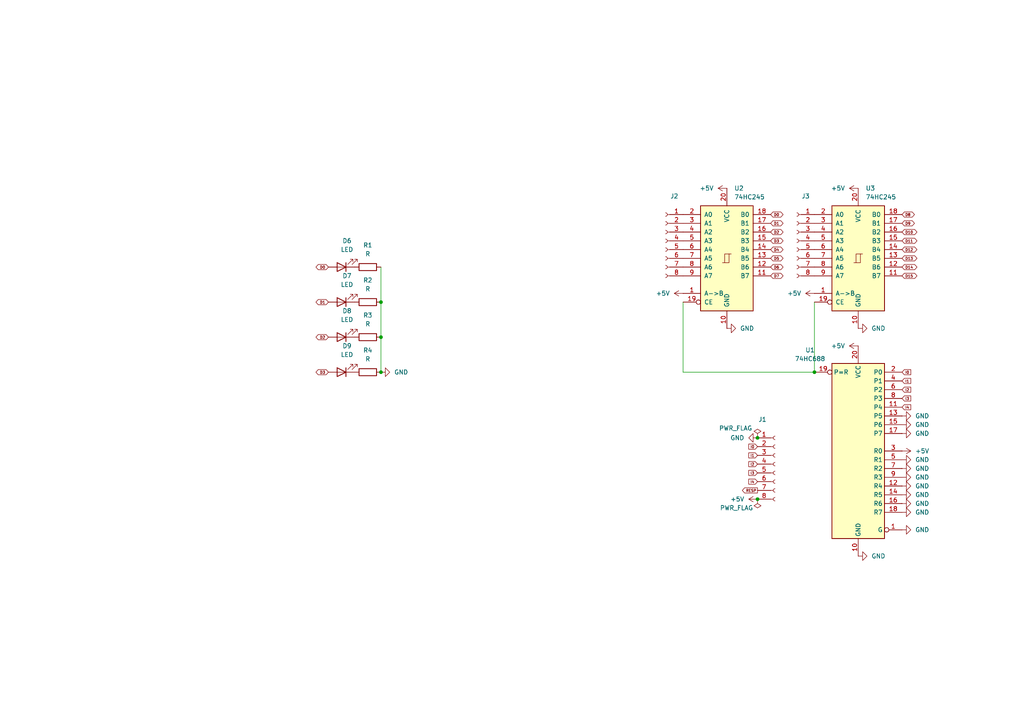
<source format=kicad_sch>
(kicad_sch (version 20250114) (generator "eeschema") (generator_version "9.0")
  (paper "A4")
  (lib_symbols
    (symbol "74xx:74HC245" (pin_names (offset 1.016))
      (property "Reference" "U" (at -7.62 16.51 0))
      (property "Value" "74HC245" (at -7.62 -16.51 0))
      (symbol "74HC245_1_0"
        (polyline (pts (xy -1.27 -1.27) (xy 0.635 -1.27) (xy 0.635 1.27) (xy 1.27 1.27)))
        (polyline (pts (xy -0.635 -1.27) (xy -0.635 1.27) (xy 0.635 1.27)))
        (pin tri_state line (at -12.7 12.7 0) (length 5.08) (name "A0") (number "2"))
        (pin tri_state line (at -12.7 10.16 0) (length 5.08) (name "A1") (number "3"))
        (pin tri_state line (at -12.7 7.62 0) (length 5.08) (name "A2") (number "4"))
        (pin tri_state line (at -12.7 5.08 0) (length 5.08) (name "A3") (number "5"))
        (pin tri_state line (at -12.7 2.54 0) (length 5.08) (name "A4") (number "6"))
        (pin tri_state line (at -12.7 0 0) (length 5.08) (name "A5") (number "7"))
        (pin tri_state line (at -12.7 -2.54 0) (length 5.08) (name "A6") (number "8"))
        (pin tri_state line (at -12.7 -5.08 0) (length 5.08) (name "A7") (number "9"))
        (pin input line (at -12.7 -10.16 0) (length 5.08) (name "A->B") (number "1"))
        (pin input inverted (at -12.7 -12.7 0) (length 5.08) (name "CE") (number "19"))
        (pin power_in line (at 0 20.32 270) (length 5.08) (name "VCC") (number "20"))
        (pin power_in line (at 0 -20.32 90) (length 5.08) (name "GND") (number "10"))
        (pin tri_state line (at 12.7 12.7 180) (length 5.08) (name "B0") (number "18"))
        (pin tri_state line (at 12.7 10.16 180) (length 5.08) (name "B1") (number "17"))
        (pin tri_state line (at 12.7 7.62 180) (length 5.08) (name "B2") (number "16"))
        (pin tri_state line (at 12.7 5.08 180) (length 5.08) (name "B3") (number "15"))
        (pin tri_state line (at 12.7 2.54 180) (length 5.08) (name "B4") (number "14"))
        (pin tri_state line (at 12.7 0 180) (length 5.08) (name "B5") (number "13"))
        (pin tri_state line (at 12.7 -2.54 180) (length 5.08) (name "B6") (number "12"))
        (pin tri_state line (at 12.7 -5.08 180) (length 5.08) (name "B7") (number "11"))
      )
      (symbol "74HC245_1_1"
        (rectangle (start -7.62 15.24) (end 7.62 -15.24) (stroke (width 0.254)) (fill (type background)))
      )
    )
    (symbol "74xx:74HC688"
      (property "Reference" "U" (at -7.62 26.67 0))
      (property "Value" "74HC688" (at -7.62 -26.67 0))
      (symbol "74HC688_1_0"
        (pin input line (at -12.7 22.86 0) (length 5.08) (name "P0") (number "2"))
        (pin input line (at -12.7 20.32 0) (length 5.08) (name "P1") (number "4"))
        (pin input line (at -12.7 17.78 0) (length 5.08) (name "P2") (number "6"))
        (pin input line (at -12.7 15.24 0) (length 5.08) (name "P3") (number "8"))
        (pin input line (at -12.7 12.7 0) (length 5.08) (name "P4") (number "11"))
        (pin input line (at -12.7 10.16 0) (length 5.08) (name "P5") (number "13"))
        (pin input line (at -12.7 7.62 0) (length 5.08) (name "P6") (number "15"))
        (pin input line (at -12.7 5.08 0) (length 5.08) (name "P7") (number "17"))
        (pin input line (at -12.7 0 0) (length 5.08) (name "R0") (number "3"))
        (pin input line (at -12.7 -2.54 0) (length 5.08) (name "R1") (number "5"))
        (pin input line (at -12.7 -5.08 0) (length 5.08) (name "R2") (number "7"))
        (pin input line (at -12.7 -7.62 0) (length 5.08) (name "R3") (number "9"))
        (pin input line (at -12.7 -10.16 0) (length 5.08) (name "R4") (number "12"))
        (pin input line (at -12.7 -12.7 0) (length 5.08) (name "R5") (number "14"))
        (pin input line (at -12.7 -15.24 0) (length 5.08) (name "R6") (number "16"))
        (pin input line (at -12.7 -17.78 0) (length 5.08) (name "R7") (number "18"))
        (pin input inverted (at -12.7 -22.86 0) (length 5.08) (name "G") (number "1"))
        (pin power_in line (at 0 30.48 270) (length 5.08) (name "VCC") (number "20"))
        (pin power_in line (at 0 -30.48 90) (length 5.08) (name "GND") (number "10"))
        (pin output inverted (at 12.7 22.86 180) (length 5.08) (name "P=R") (number "19"))
      )
      (symbol "74HC688_1_1"
        (rectangle (start -7.62 25.4) (end 7.62 -25.4) (stroke (width 0.254)) (fill (type background)))
      )
    )
    (symbol "Connector:Conn_01x08_Socket" (pin_names (offset 1.016) (hide yes))
      (property "Reference" "J" (at 0 10.16 0))
      (property "Value" "Conn_01x08_Socket" (at 0 -12.7 0))
      (symbol "Conn_01x08_Socket_1_1"
        (polyline (pts (xy -1.27 7.62) (xy -0.508 7.62)) (stroke (width 0.1524)))
        (polyline (pts (xy -1.27 5.08) (xy -0.508 5.08)) (stroke (width 0.1524)))
        (polyline (pts (xy -1.27 2.54) (xy -0.508 2.54)) (stroke (width 0.1524)))
        (polyline (pts (xy -1.27 0) (xy -0.508 0)) (stroke (width 0.1524)))
        (polyline (pts (xy -1.27 -2.54) (xy -0.508 -2.54)) (stroke (width 0.1524)))
        (polyline (pts (xy -1.27 -5.08) (xy -0.508 -5.08)) (stroke (width 0.1524)))
        (polyline (pts (xy -1.27 -7.62) (xy -0.508 -7.62)) (stroke (width 0.1524)))
        (polyline (pts (xy -1.27 -10.16) (xy -0.508 -10.16)) (stroke (width 0.1524)))
        (arc (start 0 7.112) (mid -0.5058 7.62) (end 0 8.128) (stroke (width 0.1524)))
        (arc (start 0 4.572) (mid -0.5058 5.08) (end 0 5.588) (stroke (width 0.1524)))
        (arc (start 0 2.032) (mid -0.5058 2.54) (end 0 3.048) (stroke (width 0.1524)))
        (arc (start 0 -0.508) (mid -0.5058 0) (end 0 0.508) (stroke (width 0.1524)))
        (arc (start 0 -3.048) (mid -0.5058 -2.54) (end 0 -2.032) (stroke (width 0.1524)))
        (arc (start 0 -5.588) (mid -0.5058 -5.08) (end 0 -4.572) (stroke (width 0.1524)))
        (arc (start 0 -8.128) (mid -0.5058 -7.62) (end 0 -7.112) (stroke (width 0.1524)))
        (arc (start 0 -10.668) (mid -0.5058 -10.16) (end 0 -9.652) (stroke (width 0.1524)))
        (pin passive line (at -5.08 7.62 0) (length 3.81) (name "Pin_1") (number "1"))
        (pin passive line (at -5.08 5.08 0) (length 3.81) (name "Pin_2") (number "2"))
        (pin passive line (at -5.08 2.54 0) (length 3.81) (name "Pin_3") (number "3"))
        (pin passive line (at -5.08 0 0) (length 3.81) (name "Pin_4") (number "4"))
        (pin passive line (at -5.08 -2.54 0) (length 3.81) (name "Pin_5") (number "5"))
        (pin passive line (at -5.08 -5.08 0) (length 3.81) (name "Pin_6") (number "6"))
        (pin passive line (at -5.08 -7.62 0) (length 3.81) (name "Pin_7") (number "7"))
        (pin passive line (at -5.08 -10.16 0) (length 3.81) (name "Pin_8") (number "8"))
      )
    )
    (symbol "Device:LED" (pin_numbers (hide yes)) (pin_names (offset 1.016) (hide yes))
      (property "Reference" "D" (at 0 2.54 0))
      (property "Value" "LED" (at 0 -2.54 0))
      (symbol "LED_0_1"
        (polyline (pts (xy -3.048 -0.762) (xy -4.572 -2.286) (xy -3.81 -2.286) (xy -4.572 -2.286) (xy -4.572 -1.524)))
        (polyline (pts (xy -1.778 -0.762) (xy -3.302 -2.286) (xy -2.54 -2.286) (xy -3.302 -2.286) (xy -3.302 -1.524)))
        (polyline (pts (xy -1.27 0) (xy 1.27 0)))
        (polyline (pts (xy -1.27 -1.27) (xy -1.27 1.27)) (stroke (width 0.254)))
        (polyline (pts (xy 1.27 -1.27) (xy 1.27 1.27) (xy -1.27 0) (xy 1.27 -1.27)) (stroke (width 0.254)))
      )
      (symbol "LED_1_1"
        (pin passive line (at -3.81 0 0) (length 2.54) (name "K") (number "1"))
        (pin passive line (at 3.81 0 180) (length 2.54) (name "A") (number "2"))
      )
    )
    (symbol "Device:R" (pin_numbers (hide yes)) (pin_names (offset 0))
      (property "Reference" "R" (at 2.032 0 90))
      (property "Value" "R" (at 0 0 90))
      (symbol "R_0_1"
        (rectangle (start -1.016 -2.54) (end 1.016 2.54) (stroke (width 0.254)))
      )
      (symbol "R_1_1"
        (pin passive line (at 0 3.81 270) (length 1.27) (name "~") (number "1"))
        (pin passive line (at 0 -3.81 90) (length 1.27) (name "~") (number "2"))
      )
    )
    (symbol "power:+5V" (power) (pin_numbers (hide yes)) (pin_names (offset 0) (hide yes))
      (property "Value" "+5V" (at 0 3.556 0))
      (symbol "+5V_0_1"
        (polyline (pts (xy -0.762 1.27) (xy 0 2.54)))
        (polyline (pts (xy 0 2.54) (xy 0.762 1.27)))
        (polyline (pts (xy 0 0) (xy 0 2.54)))
      )
      (symbol "+5V_1_1"
        (pin power_in line (at 0 0 90) (length 0) (name "~") (number "1"))
      )
    )
    (symbol "power:GND" (power) (pin_numbers (hide yes)) (pin_names (offset 0) (hide yes))
      (property "Value" "GND" (at 0 -3.81 0))
      (symbol "GND_0_1"
        (polyline (pts (xy 0 0) (xy 0 -1.27) (xy 1.27 -1.27) (xy 0 -2.54) (xy -1.27 -1.27) (xy 0 -1.27)))
      )
      (symbol "GND_1_1"
        (pin power_in line (at 0 0 270) (length 0) (name "~") (number "1"))
      )
    )
    (symbol "power:PWR_FLAG" (power) (pin_numbers (hide yes)) (pin_names (offset 0) (hide yes))
      (property "Value" "PWR_FLAG" (at 0 3.81 0))
      (symbol "PWR_FLAG_0_0"
        (pin power_out line (at 0 0 90) (length 0) (name "~") (number "1"))
      )
      (symbol "PWR_FLAG_0_1"
        (polyline (pts (xy 0 0) (xy 0 1.27) (xy -1.016 1.905) (xy 0 2.54) (xy 1.016 1.905) (xy 0 1.27)))
      )
    )
  )
  (junction (at 236.22 107.95))
  (junction (at 219.71 144.78))
  (junction (at 110.49 87.63))
  (junction (at 219.71 127))
  (junction (at 110.49 107.95))
  (junction (at 110.49 97.79))
  (wire (pts (xy 110.49 97.79) (xy 110.49 107.95)))
  (wire (pts (xy 236.22 87.63) (xy 236.22 107.95)))
  (wire (pts (xy 110.49 77.47) (xy 110.49 87.63)))
  (wire (pts (xy 110.49 87.63) (xy 110.49 97.79)))
  (wire (pts (xy 198.12 107.95) (xy 198.12 87.63)))
  (wire (pts (xy 236.22 107.95) (xy 198.12 107.95)))
  (global_label "D11" (shape bidirectional) (at 261.62 69.85 0) (effects (font (size 0.762 0.762))) (property "Intersheetrefs" "${INTERSHEET_REFS}" (effects (hide yes))))
  (global_label "D13" (shape bidirectional) (at 261.62 74.93 0) (effects (font (size 0.762 0.762))) (property "Intersheetrefs" "${INTERSHEET_REFS}" (effects (hide yes))))
  (global_label "D7" (shape bidirectional) (at 223.52 80.01 0) (effects (font (size 0.762 0.762))) (property "Intersheetrefs" "${INTERSHEET_REFS}" (effects (hide yes))))
  (global_label "I2" (shape input) (at 261.62 113.03 0) (effects (font (size 0.762 0.762))) (property "Intersheetrefs" "${INTERSHEET_REFS}" (effects (hide yes))))
  (global_label "D10" (shape bidirectional) (at 261.62 67.31 0) (effects (font (size 0.762 0.762))) (property "Intersheetrefs" "${INTERSHEET_REFS}" (effects (hide yes))))
  (global_label "I4" (shape input) (at 261.62 118.11 0) (effects (font (size 0.762 0.762))) (property "Intersheetrefs" "${INTERSHEET_REFS}" (effects (hide yes))))
  (global_label "D2" (shape bidirectional) (at 95.25 97.79 180) (effects (font (size 0.762 0.762))) (property "Intersheetrefs" "${INTERSHEET_REFS}" (effects (hide yes))))
  (global_label "I0" (shape input) (at 261.62 107.95 0) (effects (font (size 0.762 0.762))) (property "Intersheetrefs" "${INTERSHEET_REFS}" (effects (hide yes))))
  (global_label "D8" (shape bidirectional) (at 261.62 62.23 0) (effects (font (size 0.762 0.762))) (property "Intersheetrefs" "${INTERSHEET_REFS}" (effects (hide yes))))
  (global_label "D12" (shape bidirectional) (at 261.62 72.39 0) (effects (font (size 0.762 0.762))) (property "Intersheetrefs" "${INTERSHEET_REFS}" (effects (hide yes))))
  (global_label "D3" (shape bidirectional) (at 223.52 69.85 0) (effects (font (size 0.762 0.762))) (property "Intersheetrefs" "${INTERSHEET_REFS}" (effects (hide yes))))
  (global_label "I3" (shape input) (at 261.62 115.57 0) (effects (font (size 0.762 0.762))) (property "Intersheetrefs" "${INTERSHEET_REFS}" (effects (hide yes))))
  (global_label "D3" (shape bidirectional) (at 95.25 107.95 180) (effects (font (size 0.762 0.762))) (property "Intersheetrefs" "${INTERSHEET_REFS}" (effects (hide yes))))
  (global_label "D6" (shape bidirectional) (at 223.52 77.47 0) (effects (font (size 0.762 0.762))) (property "Intersheetrefs" "${INTERSHEET_REFS}" (effects (hide yes))))
  (global_label "I2" (shape input) (at 219.71 134.62 180) (effects (font (size 0.762 0.762))) (property "Intersheetrefs" "${INTERSHEET_REFS}" (effects (hide yes))))
  (global_label "I0" (shape input) (at 219.71 129.54 180) (effects (font (size 0.762 0.762))) (property "Intersheetrefs" "${INTERSHEET_REFS}" (effects (hide yes))))
  (global_label "D15" (shape bidirectional) (at 261.62 80.01 0) (effects (font (size 0.762 0.762))) (property "Intersheetrefs" "${INTERSHEET_REFS}" (effects (hide yes))))
  (global_label "D0" (shape bidirectional) (at 223.52 62.23 0) (effects (font (size 0.762 0.762))) (property "Intersheetrefs" "${INTERSHEET_REFS}" (effects (hide yes))))
  (global_label "RESP" (shape output) (at 219.71 142.24 180) (effects (font (size 0.762 0.762))) (property "Intersheetrefs" "${INTERSHEET_REFS}" (effects (hide yes))))
  (global_label "D14" (shape bidirectional) (at 261.62 77.47 0) (effects (font (size 0.762 0.762))) (property "Intersheetrefs" "${INTERSHEET_REFS}" (effects (hide yes))))
  (global_label "D1" (shape bidirectional) (at 223.52 64.77 0) (effects (font (size 0.762 0.762))) (property "Intersheetrefs" "${INTERSHEET_REFS}" (effects (hide yes))))
  (global_label "D0" (shape bidirectional) (at 95.25 77.47 180) (effects (font (size 0.762 0.762))) (property "Intersheetrefs" "${INTERSHEET_REFS}" (effects (hide yes))))
  (global_label "I3" (shape input) (at 219.71 137.16 180) (effects (font (size 0.762 0.762))) (property "Intersheetrefs" "${INTERSHEET_REFS}" (effects (hide yes))))
  (global_label "D9" (shape bidirectional) (at 261.62 64.77 0) (effects (font (size 0.762 0.762))) (property "Intersheetrefs" "${INTERSHEET_REFS}" (effects (hide yes))))
  (global_label "D5" (shape bidirectional) (at 223.52 74.93 0) (effects (font (size 0.762 0.762))) (property "Intersheetrefs" "${INTERSHEET_REFS}" (effects (hide yes))))
  (global_label "D4" (shape bidirectional) (at 223.52 72.39 0) (effects (font (size 0.762 0.762))) (property "Intersheetrefs" "${INTERSHEET_REFS}" (effects (hide yes))))
  (global_label "I1" (shape input) (at 261.62 110.49 0) (effects (font (size 0.762 0.762))) (property "Intersheetrefs" "${INTERSHEET_REFS}" (effects (hide yes))))
  (global_label "D1" (shape bidirectional) (at 95.25 87.63 180) (effects (font (size 0.762 0.762))) (property "Intersheetrefs" "${INTERSHEET_REFS}" (effects (hide yes))))
  (global_label "D2" (shape bidirectional) (at 223.52 67.31 0) (effects (font (size 0.762 0.762))) (property "Intersheetrefs" "${INTERSHEET_REFS}" (effects (hide yes))))
  (global_label "I4" (shape input) (at 219.71 139.7 180) (effects (font (size 0.762 0.762))) (property "Intersheetrefs" "${INTERSHEET_REFS}" (effects (hide yes))))
  (global_label "I1" (shape input) (at 219.71 132.08 180) (effects (font (size 0.762 0.762))) (property "Intersheetrefs" "${INTERSHEET_REFS}" (effects (hide yes))))
  (symbol (lib_id "power:GND") (at 110.49 107.95 90) (unit 1)
    (property "Reference" "#PWR09" (effects (hide yes)))
    (property "Value" "GND" (at 114.3 107.9499 90) (effects (justify right)))
    (property "Description" "Power symbol creates a global label with name \"GND\" , ground" (effects (hide yes)))
  )
  (symbol (lib_id "power:GND") (at 219.71 127 270) (unit 1)
    (property "Reference" "#PWR01" (effects (hide yes)))
    (property "Value" "GND" (at 215.9 126.9999 90) (effects (justify right)))
    (property "Description" "Power symbol creates a global label with name \"GND\" , ground" (effects (hide yes)))
  )
  (symbol (lib_id "power:+5V") (at 219.71 144.78 90) (unit 1)
    (property "Reference" "#PWR02" (effects (hide yes)))
    (property "Value" "+5V" (at 215.9 144.7799 90) (effects (justify left)))
    (property "Description" "Power symbol creates a global label with name \"+5V\"" (effects (hide yes)))
  )
  (symbol (lib_id "power:GND") (at 261.62 153.67 90) (unit 1)
    (property "Reference" "#PWR023" (effects (hide yes)))
    (property "Value" "GND" (at 265.43 153.6699 90) (effects (justify right)))
    (property "Description" "Power symbol creates a global label with name \"GND\" , ground" (effects (hide yes)))
  )
  (symbol (lib_id "power:GND") (at 261.62 143.51 90) (unit 1)
    (property "Reference" "#PWR017" (effects (hide yes)))
    (property "Value" "GND" (at 265.43 143.5099 90) (effects (justify right)))
    (property "Description" "Power symbol creates a global label with name \"GND\" , ground" (effects (hide yes)))
  )
  (symbol (lib_id "Device:LED") (at 99.06 77.47 180) (unit 1)
    (property "Reference" "D6" (at 100.6475 69.85 0))
    (property "Value" "LED" (at 100.6475 72.39 0))
    (property "Footprint" "LED_THT:LED_D5.0mm" (effects (hide yes)))
    (property "Description" "Light emitting diode" (effects (hide yes)))
    (property "Sim.Pins" "1=K 2=A" (effects (hide yes)))
  )
  (symbol (lib_id "power:GND") (at 248.92 161.29 90) (unit 1)
    (property "Reference" "#PWR010" (effects (hide yes)))
    (property "Value" "GND" (at 252.73 161.2899 90) (effects (justify right)))
    (property "Description" "Power symbol creates a global label with name \"GND\" , ground" (effects (hide yes)))
  )
  (symbol (lib_id "power:+5V") (at 248.92 100.33 90) (unit 1)
    (property "Reference" "#PWR011" (effects (hide yes)))
    (property "Value" "+5V" (at 245.11 100.3299 90) (effects (justify left)))
    (property "Description" "Power symbol creates a global label with name \"+5V\"" (effects (hide yes)))
  )
  (symbol (lib_id "power:GND") (at 261.62 120.65 90) (unit 1)
    (property "Reference" "#PWR012" (effects (hide yes)))
    (property "Value" "GND" (at 265.43 120.6499 90) (effects (justify right)))
    (property "Description" "Power symbol creates a global label with name \"GND\" , ground" (effects (hide yes)))
  )
  (symbol (lib_id "Device:R") (at 106.68 87.63 90) (unit 1)
    (property "Reference" "R2" (at 106.68 81.28 90))
    (property "Value" "R" (at 106.68 83.82 90))
    (property "Footprint" "Resistor_THT:R_Axial_DIN0207_L6.3mm_D2.5mm_P10.16mm_Horizontal" (effects (hide yes)))
    (property "Description" "Resistor" (effects (hide yes)))
  )
  (symbol (lib_id "power:GND") (at 261.62 138.43 90) (unit 1)
    (property "Reference" "#PWR019" (effects (hide yes)))
    (property "Value" "GND" (at 265.43 138.4299 90) (effects (justify right)))
    (property "Description" "Power symbol creates a global label with name \"GND\" , ground" (effects (hide yes)))
  )
  (symbol (lib_id "Device:R") (at 106.68 77.47 90) (unit 1)
    (property "Reference" "R1" (at 106.68 71.12 90))
    (property "Value" "R" (at 106.68 73.66 90))
    (property "Footprint" "Resistor_THT:R_Axial_DIN0207_L6.3mm_D2.5mm_P10.16mm_Horizontal" (effects (hide yes)))
    (property "Description" "Resistor" (effects (hide yes)))
  )
  (symbol (lib_id "power:GND") (at 261.62 123.19 90) (unit 1)
    (property "Reference" "#PWR013" (effects (hide yes)))
    (property "Value" "GND" (at 265.43 123.1899 90) (effects (justify right)))
    (property "Description" "Power symbol creates a global label with name \"GND\" , ground" (effects (hide yes)))
  )
  (symbol (lib_id "power:GND") (at 261.62 135.89 90) (unit 1)
    (property "Reference" "#PWR020" (effects (hide yes)))
    (property "Value" "GND" (at 265.43 135.8899 90) (effects (justify right)))
    (property "Description" "Power symbol creates a global label with name \"GND\" , ground" (effects (hide yes)))
  )
  (symbol (lib_id "Connector:Conn_01x08_Socket") (at 193.04 69.85 0) (mirror y) (unit 1)
    (property "Reference" "J2" (at 195.58 56.896 0))
    (property "Value" "Conn_01x08_Socket" (effects (hide yes)))
    (property "Footprint" "Connector_PinSocket_2.54mm:PinSocket_1x08_P2.54mm_Vertical" (effects (hide yes)))
    (property "Description" "Generic connector, single row, 01x08, script generated" (effects (hide yes)))
  )
  (symbol (lib_id "Device:R") (at 106.68 97.79 90) (unit 1)
    (property "Reference" "R3" (at 106.68 91.44 90))
    (property "Value" "R" (at 106.68 93.98 90))
    (property "Footprint" "Resistor_THT:R_Axial_DIN0207_L6.3mm_D2.5mm_P10.16mm_Horizontal" (effects (hide yes)))
    (property "Description" "Resistor" (effects (hide yes)))
  )
  (symbol (lib_id "74xx:74HC688") (at 248.92 130.81 0) (mirror y) (unit 1)
    (property "Reference" "U1" (at 234.95 101.5298 0))
    (property "Value" "74HC688" (at 234.95 104.0698 0))
    (property "Datasheet" "https://www.ti.com/lit/ds/symlink/cd54hc688.pdf" (effects (hide yes)))
    (property "Description" "8-bit magnitude comparator" (effects (hide yes)))
  )
  (symbol (lib_id "power:+5V") (at 210.82 54.61 90) (unit 1)
    (property "Reference" "#PWR06" (effects (hide yes)))
    (property "Value" "+5V" (at 207.01 54.6099 90) (effects (justify left)))
    (property "Description" "Power symbol creates a global label with name \"+5V\"" (effects (hide yes)))
  )
  (symbol (lib_id "74xx:74HC245") (at 248.92 74.93 0) (unit 1)
    (property "Reference" "U3" (at 251.0633 54.61 0) (effects (justify left)))
    (property "Value" "74HC245" (at 251.0633 57.15 0) (effects (justify left)))
    (property "Datasheet" "http://www.ti.com/lit/gpn/sn74HC245" (effects (hide yes)))
    (property "Description" "Octal BUS Transceivers, 3-State outputs" (effects (hide yes)))
  )
  (symbol (lib_id "74xx:74HC245") (at 210.82 74.93 0) (unit 1)
    (property "Reference" "U2" (at 212.9633 54.61 0) (effects (justify left)))
    (property "Value" "74HC245" (at 212.9633 57.15 0) (effects (justify left)))
    (property "Datasheet" "http://www.ti.com/lit/gpn/sn74HC245" (effects (hide yes)))
    (property "Description" "Octal BUS Transceivers, 3-State outputs" (effects (hide yes)))
  )
  (symbol (lib_id "power:GND") (at 261.62 148.59 90) (unit 1)
    (property "Reference" "#PWR015" (effects (hide yes)))
    (property "Value" "GND" (at 265.43 148.5899 90) (effects (justify right)))
    (property "Description" "Power symbol creates a global label with name \"GND\" , ground" (effects (hide yes)))
  )
  (symbol (lib_id "power:+5V") (at 248.92 54.61 90) (unit 1)
    (property "Reference" "#PWR05" (effects (hide yes)))
    (property "Value" "+5V" (at 245.11 54.6099 90) (effects (justify left)))
    (property "Description" "Power symbol creates a global label with name \"+5V\"" (effects (hide yes)))
  )
  (symbol (lib_id "Device:LED") (at 99.06 87.63 180) (unit 1)
    (property "Reference" "D7" (at 100.6475 80.01 0))
    (property "Value" "LED" (at 100.6475 82.55 0))
    (property "Footprint" "LED_THT:LED_D5.0mm" (effects (hide yes)))
    (property "Description" "Light emitting diode" (effects (hide yes)))
    (property "Sim.Pins" "1=K 2=A" (effects (hide yes)))
  )
  (symbol (lib_id "power:PWR_FLAG") (at 219.71 144.78 180) (unit 1)
    (property "Reference" "#FLG04" (effects (hide yes)))
    (property "Value" "PWR_FLAG" (at 213.614 147.32 0))
    (property "Description" "Special symbol for telling ERC where power comes from" (effects (hide yes)))
  )
  (symbol (lib_id "power:GND") (at 261.62 146.05 90) (unit 1)
    (property "Reference" "#PWR016" (effects (hide yes)))
    (property "Value" "GND" (at 265.43 146.0499 90) (effects (justify right)))
    (property "Description" "Power symbol creates a global label with name \"GND\" , ground" (effects (hide yes)))
  )
  (symbol (lib_id "Device:LED") (at 99.06 107.95 180) (unit 1)
    (property "Reference" "D9" (at 100.6475 100.33 0))
    (property "Value" "LED" (at 100.6475 102.87 0))
    (property "Footprint" "LED_THT:LED_D5.0mm" (effects (hide yes)))
    (property "Description" "Light emitting diode" (effects (hide yes)))
    (property "Sim.Pins" "1=K 2=A" (effects (hide yes)))
  )
  (symbol (lib_id "power:GND") (at 261.62 140.97 90) (unit 1)
    (property "Reference" "#PWR018" (effects (hide yes)))
    (property "Value" "GND" (at 265.43 140.9699 90) (effects (justify right)))
    (property "Description" "Power symbol creates a global label with name \"GND\" , ground" (effects (hide yes)))
  )
  (symbol (lib_id "power:+5V") (at 236.22 85.09 90) (unit 1)
    (property "Reference" "#PWR03" (effects (hide yes)))
    (property "Value" "+5V" (at 232.41 85.0899 90) (effects (justify left)))
    (property "Description" "Power symbol creates a global label with name \"+5V\"" (effects (hide yes)))
  )
  (symbol (lib_id "power:GND") (at 261.62 133.35 90) (unit 1)
    (property "Reference" "#PWR021" (effects (hide yes)))
    (property "Value" "GND" (at 265.43 133.3499 90) (effects (justify right)))
    (property "Description" "Power symbol creates a global label with name \"GND\" , ground" (effects (hide yes)))
  )
  (symbol (lib_id "Connector:Conn_01x08_Socket") (at 224.79 134.62 0) (unit 1)
    (property "Reference" "J1" (at 219.964 121.666 0) (effects (justify left)))
    (property "Value" "Conn_01x08_Socket" (effects (hide yes)))
    (property "Footprint" "Connector_PinSocket_2.54mm:PinSocket_1x08_P2.54mm_Vertical" (effects (hide yes)))
    (property "Description" "Generic connector, single row, 01x08, script generated" (effects (hide yes)))
  )
  (symbol (lib_id "Device:R") (at 106.68 107.95 90) (unit 1)
    (property "Reference" "R4" (at 106.68 101.6 90))
    (property "Value" "R" (at 106.68 104.14 90))
    (property "Footprint" "Resistor_THT:R_Axial_DIN0207_L6.3mm_D2.5mm_P10.16mm_Horizontal" (effects (hide yes)))
    (property "Description" "Resistor" (effects (hide yes)))
  )
  (symbol (lib_id "power:PWR_FLAG") (at 219.71 127 0) (unit 1)
    (property "Reference" "#FLG03" (effects (hide yes)))
    (property "Value" "PWR_FLAG" (at 213.36 124.206 0))
    (property "Description" "Special symbol for telling ERC where power comes from" (effects (hide yes)))
  )
  (symbol (lib_id "Connector:Conn_01x08_Socket") (at 231.14 69.85 0) (mirror y) (unit 1)
    (property "Reference" "J3" (at 233.68 56.896 0))
    (property "Value" "Conn_01x08_Socket" (effects (hide yes)))
    (property "Footprint" "Connector_PinSocket_2.54mm:PinSocket_1x08_P2.54mm_Vertical" (effects (hide yes)))
    (property "Description" "Generic connector, single row, 01x08, script generated" (effects (hide yes)))
  )
  (symbol (lib_id "power:GND") (at 210.82 95.25 90) (unit 1)
    (property "Reference" "#PWR08" (effects (hide yes)))
    (property "Value" "GND" (at 214.63 95.2499 90) (effects (justify right)))
    (property "Description" "Power symbol creates a global label with name \"GND\" , ground" (effects (hide yes)))
  )
  (symbol (lib_id "power:GND") (at 248.92 95.25 90) (unit 1)
    (property "Reference" "#PWR07" (effects (hide yes)))
    (property "Value" "GND" (at 252.73 95.2499 90) (effects (justify right)))
    (property "Description" "Power symbol creates a global label with name \"GND\" , ground" (effects (hide yes)))
  )
  (symbol (lib_id "Device:LED") (at 99.06 97.79 180) (unit 1)
    (property "Reference" "D8" (at 100.6475 90.17 0))
    (property "Value" "LED" (at 100.6475 92.71 0))
    (property "Footprint" "LED_THT:LED_D5.0mm" (effects (hide yes)))
    (property "Description" "Light emitting diode" (effects (hide yes)))
    (property "Sim.Pins" "1=K 2=A" (effects (hide yes)))
  )
  (symbol (lib_id "power:GND") (at 261.62 125.73 90) (unit 1)
    (property "Reference" "#PWR014" (effects (hide yes)))
    (property "Value" "GND" (at 265.43 125.7299 90) (effects (justify right)))
    (property "Description" "Power symbol creates a global label with name \"GND\" , ground" (effects (hide yes)))
  )
  (symbol (lib_id "power:+5V") (at 198.12 85.09 90) (unit 1)
    (property "Reference" "#PWR04" (effects (hide yes)))
    (property "Value" "+5V" (at 194.31 85.0899 90) (effects (justify left)))
    (property "Description" "Power symbol creates a global label with name \"+5V\"" (effects (hide yes)))
  )
  (symbol (lib_id "power:+5V") (at 261.62 130.81 270) (unit 1)
    (property "Reference" "#PWR022" (effects (hide yes)))
    (property "Value" "+5V" (at 265.43 130.8099 90) (effects (justify left)))
    (property "Description" "Power symbol creates a global label with name \"+5V\"" (effects (hide yes)))
  )
)
</source>
